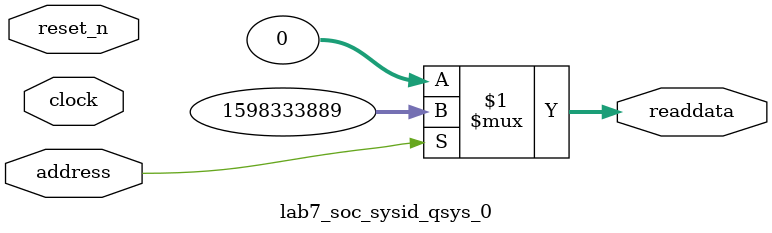
<source format=v>



// synthesis translate_off
`timescale 1ns / 1ps
// synthesis translate_on

// turn off superfluous verilog processor warnings 
// altera message_level Level1 
// altera message_off 10034 10035 10036 10037 10230 10240 10030 

module lab7_soc_sysid_qsys_0 (
               // inputs:
                address,
                clock,
                reset_n,

               // outputs:
                readdata
             )
;

  output  [ 31: 0] readdata;
  input            address;
  input            clock;
  input            reset_n;

  wire    [ 31: 0] readdata;
  //control_slave, which is an e_avalon_slave
  assign readdata = address ? 1598333889 : 0;

endmodule



</source>
